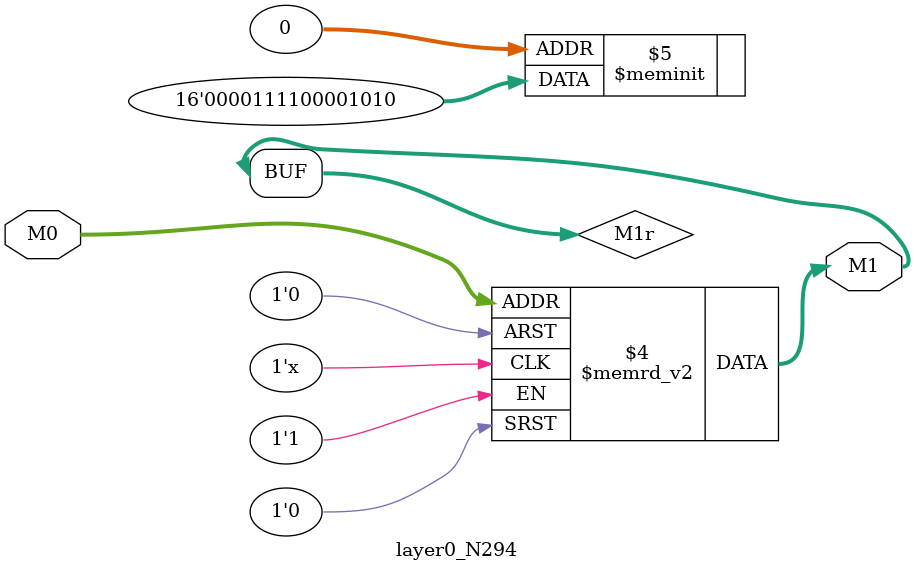
<source format=v>
module layer0_N294 ( input [2:0] M0, output [1:0] M1 );

	(*rom_style = "distributed" *) reg [1:0] M1r;
	assign M1 = M1r;
	always @ (M0) begin
		case (M0)
			3'b000: M1r = 2'b10;
			3'b100: M1r = 2'b11;
			3'b010: M1r = 2'b00;
			3'b110: M1r = 2'b00;
			3'b001: M1r = 2'b10;
			3'b101: M1r = 2'b11;
			3'b011: M1r = 2'b00;
			3'b111: M1r = 2'b00;

		endcase
	end
endmodule

</source>
